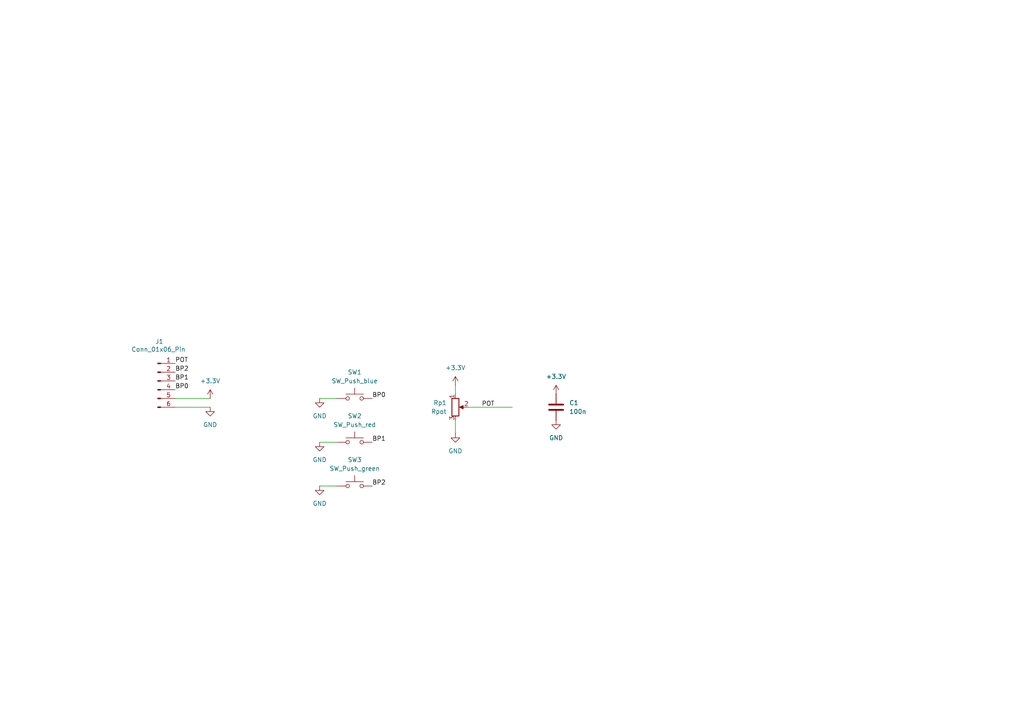
<source format=kicad_sch>
(kicad_sch (version 20231120) (generator "eeschema") (generator_version "8.0")
  (paper "A4")
  (title_block (title "Projet étudiant") (date "2022-09-29") (company "IUT de Cachan - Université Paris Saclay"))
  (lib_symbols
    (symbol "0_SymbGamelGe2_v8.0:C" (pin_numbers hide) (pin_names (offset 0.254))
      (property "Reference" "C" (at 0.635 2.54 0))
      (property "Value" "C" (at 0.635 -2.54 0))
      (symbol "C_0_1"
        (polyline (pts (xy -2.032 -0.762) (xy 2.032 -0.762)) (stroke (width 0.508)))
        (polyline (pts (xy -2.032 0.762) (xy 2.032 0.762)) (stroke (width 0.508)))
      )
      (symbol "C_1_1"
        (pin passive line (at 0 3.81 270) (length 2.794) (name "~") (number "1"))
        (pin passive line (at 0 -3.81 90) (length 2.794) (name "~") (number "2"))
      )
    )
    (symbol "0_SymbGamelGe2_v8.0:Rpot" (pin_names (offset 1.016) hide)
      (property "Reference" "Rp" (at -4.445 0 90))
      (property "Value" "Rpot" (at -2.54 0 90))
      (symbol "Rpot_0_1"
        (polyline (pts (xy 2.54 0) (xy 1.524 0)))
        (polyline (pts (xy 1.143 0) (xy 2.286 0.508) (xy 2.286 -0.508) (xy 1.143 0)) (fill (type outline)))
        (rectangle (start 1.016 2.54) (end -1.016 -2.54) (stroke (width 0.254)))
      )
      (symbol "Rpot_1_1"
        (pin passive line (at 0 3.81 270) (length 1.27) (name "1") (number "1"))
        (pin passive line (at 3.81 0 180) (length 1.27) (name "2") (number "2"))
        (pin passive line (at 0 -3.81 90) (length 1.27) (name "3") (number "3"))
      )
    )
    (symbol "0_SymbGamelGe2_v8.0:SW_Push_blue" (pin_numbers hide) (pin_names (offset 1.016) hide)
      (property "Reference" "SW" (at 1.27 2.54 0))
      (property "Value" "SW_Push_blue" (at 0 -1.524 0))
      (symbol "SW_Push_blue_0_1"
        (circle (center -2.032 0) (radius 0.508))
        (polyline (pts (xy 0 1.27) (xy 0 3.048)))
        (polyline (pts (xy 2.54 1.27) (xy -2.54 1.27)))
        (circle (center 2.032 0) (radius 0.508))
        (pin passive line (at -5.08 0 0) (length 2.54) (name "1") (number "1"))
        (pin passive line (at 5.08 0 180) (length 2.54) (name "2") (number "2"))
      )
    )
    (symbol "0_SymbGamelGe2_v8.0:SW_Push_green" (pin_numbers hide) (pin_names (offset 1.016) hide)
      (property "Reference" "SW" (at 1.27 2.54 0))
      (property "Value" "SW_Push_green" (at 0 -1.524 0))
      (symbol "SW_Push_green_0_1"
        (circle (center -2.032 0) (radius 0.508))
        (polyline (pts (xy 0 1.27) (xy 0 3.048)))
        (polyline (pts (xy 2.54 1.27) (xy -2.54 1.27)))
        (circle (center 2.032 0) (radius 0.508))
        (pin passive line (at -5.08 0 0) (length 2.54) (name "1") (number "1"))
        (pin passive line (at 5.08 0 180) (length 2.54) (name "2") (number "2"))
      )
    )
    (symbol "0_SymbGamelGe2_v8.0:SW_Push_red" (pin_numbers hide) (pin_names (offset 1.016) hide)
      (property "Reference" "SW" (at 1.27 2.54 0))
      (property "Value" "SW_Push_red" (at 0 -1.524 0))
      (symbol "SW_Push_red_0_1"
        (circle (center -2.032 0) (radius 0.508))
        (polyline (pts (xy 0 1.27) (xy 0 3.048)))
        (polyline (pts (xy 2.54 1.27) (xy -2.54 1.27)))
        (circle (center 2.032 0) (radius 0.508))
        (pin passive line (at -5.08 0 0) (length 2.54) (name "1") (number "1"))
        (pin passive line (at 5.08 0 180) (length 2.54) (name "2") (number "2"))
      )
    )
    (symbol "Connector:Conn_01x06_Pin" (pin_names (offset 1.016) hide)
      (property "Reference" "J" (at 0 7.62 0))
      (property "Value" "Conn_01x06_Pin" (at 0 -10.16 0))
      (symbol "Conn_01x06_Pin_1_1"
        (polyline (pts (xy 1.27 -7.62) (xy 0.8636 -7.62)) (stroke (width 0.1524)))
        (polyline (pts (xy 1.27 -5.08) (xy 0.8636 -5.08)) (stroke (width 0.1524)))
        (polyline (pts (xy 1.27 -2.54) (xy 0.8636 -2.54)) (stroke (width 0.1524)))
        (polyline (pts (xy 1.27 0) (xy 0.8636 0)) (stroke (width 0.1524)))
        (polyline (pts (xy 1.27 2.54) (xy 0.8636 2.54)) (stroke (width 0.1524)))
        (polyline (pts (xy 1.27 5.08) (xy 0.8636 5.08)) (stroke (width 0.1524)))
        (rectangle (start 0.8636 -7.493) (end 0 -7.747) (stroke (width 0.1524)) (fill (type outline)))
        (rectangle (start 0.8636 -4.953) (end 0 -5.207) (stroke (width 0.1524)) (fill (type outline)))
        (rectangle (start 0.8636 -2.413) (end 0 -2.667) (stroke (width 0.1524)) (fill (type outline)))
        (rectangle (start 0.8636 0.127) (end 0 -0.127) (stroke (width 0.1524)) (fill (type outline)))
        (rectangle (start 0.8636 2.667) (end 0 2.413) (stroke (width 0.1524)) (fill (type outline)))
        (rectangle (start 0.8636 5.207) (end 0 4.953) (stroke (width 0.1524)) (fill (type outline)))
        (pin passive line (at 5.08 5.08 180) (length 3.81) (name "Pin_1") (number "1"))
        (pin passive line (at 5.08 2.54 180) (length 3.81) (name "Pin_2") (number "2"))
        (pin passive line (at 5.08 0 180) (length 3.81) (name "Pin_3") (number "3"))
        (pin passive line (at 5.08 -2.54 180) (length 3.81) (name "Pin_4") (number "4"))
        (pin passive line (at 5.08 -5.08 180) (length 3.81) (name "Pin_5") (number "5"))
        (pin passive line (at 5.08 -7.62 180) (length 3.81) (name "Pin_6") (number "6"))
      )
    )
    (symbol "power:+3.3V" (power) (pin_numbers hide) (pin_names (offset 0) hide)
      (property "Value" "+3.3V" (at 0 3.556 0))
      (symbol "+3.3V_0_1"
        (polyline (pts (xy -0.762 1.27) (xy 0 2.54)))
        (polyline (pts (xy 0 0) (xy 0 2.54)))
        (polyline (pts (xy 0 2.54) (xy 0.762 1.27)))
      )
      (symbol "+3.3V_1_1"
        (pin power_in line (at 0 0 90) (length 0) (name "~") (number "1"))
      )
    )
    (symbol "power:GND" (power) (pin_numbers hide) (pin_names (offset 0) hide)
      (property "Value" "GND" (at 0 -3.81 0))
      (symbol "GND_0_1"
        (polyline (pts (xy 0 0) (xy 0 -1.27) (xy 1.27 -1.27) (xy 0 -2.54) (xy -1.27 -1.27) (xy 0 -1.27)))
      )
      (symbol "GND_1_1"
        (pin power_in line (at 0 0 270) (length 0) (name "~") (number "1"))
      )
    )
  )
  (wire (pts (xy 132.08 111.76) (xy 132.08 114.3)))
  (wire (pts (xy 92.71 115.57) (xy 97.79 115.57)))
  (wire (pts (xy 135.89 118.11) (xy 148.59 118.11)))
  (wire (pts (xy 132.08 125.73) (xy 132.08 121.92)))
  (wire (pts (xy 92.71 128.27) (xy 97.79 128.27)))
  (wire (pts (xy 92.71 140.97) (xy 97.79 140.97)))
  (wire (pts (xy 50.8 115.57) (xy 60.96 115.57)))
  (wire (pts (xy 50.8 118.11) (xy 60.96 118.11)))
  (label "BP1" (at 107.95 128.27 0))
  (label "BP0" (at 50.8 113.03 0))
  (label "BP0" (at 107.95 115.57 0))
  (label "POT" (at 50.8 105.41 0))
  (label "BP2" (at 107.95 140.97 0))
  (label "BP1" (at 50.8 110.49 0))
  (label "BP2" (at 50.8 107.95 0))
  (label "POT" (at 139.7 118.11 0))
  (symbol (lib_id "0_SymbGamelGe2_v8.0:C") (at 161.29 118.11 0) (unit 1)
    (property "Reference" "C1" (at 165.1 116.8399 0) (effects (justify left)))
    (property "Value" "100n" (at 165.1 119.3799 0) (effects (justify left)))
    (property "Footprint" "FootprintGamelGe2_v8.0:C_Rect_L7.0mm_W2.5mm_P5.00mm" (effects (hide yes)))
    (property "Description" "Unpolarized capacitor" (effects (hide yes)))
  )
  (symbol (lib_id "power:GND") (at 92.71 128.27 0) (unit 1)
    (property "Reference" "#PWR02" (effects (hide yes)))
    (property "Value" "GND" (at 92.71 133.35 0))
    (property "Description" "Power symbol creates a global label with name \"GND\" , ground" (effects (hide yes)))
  )
  (symbol (lib_id "power:+3.3V") (at 132.08 111.76 0) (unit 1)
    (property "Reference" "#PWR04" (effects (hide yes)))
    (property "Value" "+3.3V" (at 132.08 106.68 0))
    (property "Description" "Power symbol creates a global label with name \"+3.3V\"" (effects (hide yes)))
  )
  (symbol (lib_id "Connector:Conn_01x06_Pin") (at 45.72 110.49 0) (unit 1)
    (property "Reference" "J1" (at 46.228 99.06 0))
    (property "Value" "Conn_01x06_Pin" (at 45.974 101.346 0))
    (property "Footprint" "Connector_PinHeader_2.54mm:PinHeader_1x06_P2.54mm_Horizontal" (effects (hide yes)))
    (property "Description" "Generic connector, single row, 01x06, script generated" (effects (hide yes)))
  )
  (symbol (lib_id "power:GND") (at 161.29 121.92 0) (unit 1)
    (property "Reference" "#PWR09" (effects (hide yes)))
    (property "Value" "GND" (at 161.29 127 0))
    (property "Description" "Power symbol creates a global label with name \"GND\" , ground" (effects (hide yes)))
  )
  (symbol (lib_id "power:GND") (at 92.71 115.57 0) (unit 1)
    (property "Reference" "#PWR01" (effects (hide yes)))
    (property "Value" "GND" (at 92.71 120.65 0))
    (property "Description" "Power symbol creates a global label with name \"GND\" , ground" (effects (hide yes)))
  )
  (symbol (lib_id "power:+3.3V") (at 161.29 114.3 0) (unit 1)
    (property "Reference" "#PWR08" (effects (hide yes)))
    (property "Value" "+3.3V" (at 161.29 109.22 0))
    (property "Description" "Power symbol creates a global label with name \"+3.3V\"" (effects (hide yes)))
  )
  (symbol (lib_id "0_SymbGamelGe2_v8.0:Rpot") (at 132.08 118.11 0) (unit 1)
    (property "Reference" "Rp1" (at 129.54 116.8399 0) (effects (justify right)))
    (property "Value" "Rpot" (at 129.54 119.3799 0) (effects (justify right)))
    (property "Footprint" "0_FootprintGe2:63M_1" (effects (hide yes)))
    (property "Description" "Potentiometer" (effects (hide yes)))
  )
  (symbol (lib_id "power:GND") (at 132.08 125.73 0) (unit 1)
    (property "Reference" "#PWR05" (effects (hide yes)))
    (property "Value" "GND" (at 132.08 130.81 0))
    (property "Description" "Power symbol creates a global label with name \"GND\" , ground" (effects (hide yes)))
  )
  (symbol (lib_id "0_SymbGamelGe2_v8.0:SW_Push_red") (at 102.87 128.27 0) (unit 1)
    (property "Reference" "SW2" (at 102.87 120.65 0))
    (property "Value" "SW_Push_red" (at 102.87 123.19 0))
    (property "Footprint" "FootprintGamelGe2_v8.0:SW_PUSH_5mm_red" (effects (hide yes)))
    (property "Description" "Push button switch red" (effects (hide yes)))
  )
  (symbol (lib_id "0_SymbGamelGe2_v8.0:SW_Push_blue") (at 102.87 115.57 0) (unit 1)
    (property "Reference" "SW1" (at 102.87 107.95 0))
    (property "Value" "SW_Push_blue" (at 102.87 110.49 0))
    (property "Footprint" "FootprintGamelGe2_v8.0:SW_PUSH_5mm_blue" (effects (hide yes)))
    (property "Description" "Push button switch blue" (effects (hide yes)))
  )
  (symbol (lib_id "power:+3.3V") (at 60.96 115.57 0) (unit 1)
    (property "Reference" "#PWR07" (effects (hide yes)))
    (property "Value" "+3.3V" (at 60.96 110.49 0))
    (property "Description" "Power symbol creates a global label with name \"+3.3V\"" (effects (hide yes)))
  )
  (symbol (lib_id "power:GND") (at 60.96 118.11 0) (unit 1)
    (property "Reference" "#PWR06" (effects (hide yes)))
    (property "Value" "GND" (at 60.96 123.19 0))
    (property "Description" "Power symbol creates a global label with name \"GND\" , ground" (effects (hide yes)))
  )
  (symbol (lib_id "0_SymbGamelGe2_v8.0:SW_Push_green") (at 102.87 140.97 0) (unit 1)
    (property "Reference" "SW3" (at 102.87 133.35 0))
    (property "Value" "SW_Push_green" (at 102.87 135.89 0))
    (property "Footprint" "FootprintGamelGe2_v8.0:SW_PUSH_5mm_green" (effects (hide yes)))
    (property "Description" "Push button switch green" (effects (hide yes)))
  )
  (symbol (lib_id "power:GND") (at 92.71 140.97 0) (unit 1)
    (property "Reference" "#PWR03" (effects (hide yes)))
    (property "Value" "GND" (at 92.71 146.05 0))
    (property "Description" "Power symbol creates a global label with name \"GND\" , ground" (effects (hide yes)))
  )
)
</source>
